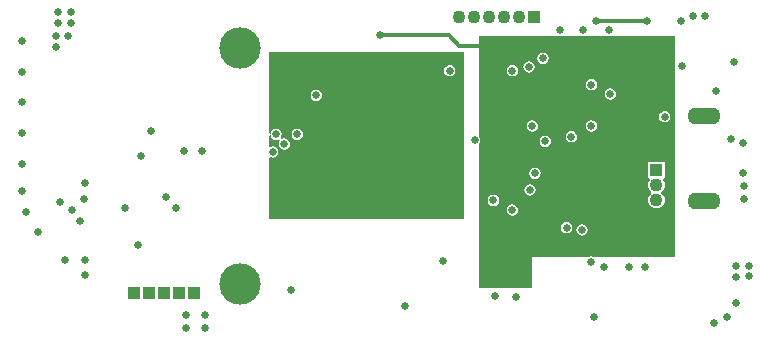
<source format=gbr>
%TF.GenerationSoftware,Altium Limited,Altium Designer,20.2.6 (244)*%
G04 Layer_Physical_Order=3*
G04 Layer_Color=16440176*
%FSLAX45Y45*%
%MOMM*%
%TF.SameCoordinates,5B1E47F8-7F56-49C7-AB48-EE235D2752C7*%
%TF.FilePolarity,Positive*%
%TF.FileFunction,Copper,L3,Inr,Signal*%
%TF.Part,Single*%
G01*
G75*
%TA.AperFunction,Conductor*%
%ADD44C,0.30000*%
%TA.AperFunction,ComponentPad*%
%ADD48C,3.50000*%
%ADD49C,1.10000*%
%ADD50R,1.10000X1.10000*%
G04:AMPARAMS|DCode=51|XSize=1.1mm|YSize=1.1mm|CornerRadius=0.275mm|HoleSize=0mm|Usage=FLASHONLY|Rotation=270.000|XOffset=0mm|YOffset=0mm|HoleType=Round|Shape=RoundedRectangle|*
%AMROUNDEDRECTD51*
21,1,1.10000,0.55000,0,0,270.0*
21,1,0.55000,1.10000,0,0,270.0*
1,1,0.55000,-0.27500,-0.27500*
1,1,0.55000,-0.27500,0.27500*
1,1,0.55000,0.27500,0.27500*
1,1,0.55000,0.27500,-0.27500*
%
%ADD51ROUNDEDRECTD51*%
G04:AMPARAMS|DCode=52|XSize=1.1mm|YSize=1.1mm|CornerRadius=0.1375mm|HoleSize=0mm|Usage=FLASHONLY|Rotation=270.000|XOffset=0mm|YOffset=0mm|HoleType=Round|Shape=RoundedRectangle|*
%AMROUNDEDRECTD52*
21,1,1.10000,0.82500,0,0,270.0*
21,1,0.82500,1.10000,0,0,270.0*
1,1,0.27500,-0.41250,-0.41250*
1,1,0.27500,-0.41250,0.41250*
1,1,0.27500,0.41250,0.41250*
1,1,0.27500,0.41250,-0.41250*
%
%ADD52ROUNDEDRECTD52*%
%ADD53O,2.80000X1.40000*%
%ADD54R,1.10000X1.10000*%
%TA.AperFunction,ViaPad*%
%ADD55C,0.65000*%
G36*
X3900000Y1050000D02*
X2250000D01*
Y1569447D01*
X2259272Y1574402D01*
X2262700Y1575011D01*
X2280000Y1571569D01*
X2298534Y1575256D01*
X2314246Y1585755D01*
X2324744Y1601466D01*
X2328431Y1620000D01*
X2324744Y1638534D01*
X2314246Y1654246D01*
X2298534Y1664744D01*
X2280000Y1668431D01*
X2262700Y1664990D01*
X2259272Y1665598D01*
X2250000Y1670553D01*
Y1753254D01*
X2255638Y1763619D01*
X2255639Y1763619D01*
Y1763619D01*
X2262700Y1764314D01*
X2262867Y1763475D01*
X2265256Y1751466D01*
X2275754Y1735754D01*
X2291466Y1725256D01*
X2310000Y1721569D01*
X2328534Y1725256D01*
X2333270Y1728421D01*
X2342426Y1719265D01*
X2335256Y1708534D01*
X2331569Y1690000D01*
X2335256Y1671466D01*
X2345755Y1655754D01*
X2361466Y1645256D01*
X2380000Y1641569D01*
X2398534Y1645256D01*
X2414246Y1655754D01*
X2424744Y1671466D01*
X2428431Y1690000D01*
X2424744Y1708534D01*
X2414246Y1724245D01*
X2398534Y1734744D01*
X2380000Y1738431D01*
X2361466Y1734744D01*
X2356730Y1731579D01*
X2347574Y1740735D01*
X2354744Y1751466D01*
X2358431Y1770000D01*
X2354744Y1788534D01*
X2344246Y1804246D01*
X2328534Y1814744D01*
X2310000Y1818431D01*
X2291466Y1814744D01*
X2275754Y1804246D01*
X2265256Y1788534D01*
X2262867Y1776526D01*
X2262700Y1775686D01*
X2255639Y1776381D01*
Y1776381D01*
X2255638Y1776381D01*
X2250000Y1786746D01*
Y2470000D01*
X3900000D01*
Y1050000D01*
D02*
G37*
G36*
X5690000Y730000D02*
X5005633D01*
X4998534Y734744D01*
X4980000Y738431D01*
X4961466Y734744D01*
X4954367Y730000D01*
X4480000D01*
Y470000D01*
X4030000D01*
Y1694367D01*
X4034744Y1701466D01*
X4038431Y1720000D01*
X4034744Y1738534D01*
X4030000Y1745634D01*
Y2600000D01*
X5690000D01*
Y730000D01*
D02*
G37*
%LPC*%
G36*
X3780000Y2358431D02*
X3761466Y2354744D01*
X3745755Y2344246D01*
X3735256Y2328534D01*
X3731569Y2310000D01*
X3735256Y2291466D01*
X3745755Y2275754D01*
X3761466Y2265256D01*
X3780000Y2261569D01*
X3798534Y2265256D01*
X3814246Y2275754D01*
X3824744Y2291466D01*
X3828431Y2310000D01*
X3824744Y2328534D01*
X3814246Y2344246D01*
X3798534Y2354744D01*
X3780000Y2358431D01*
D02*
G37*
G36*
X2650000Y2148431D02*
X2631466Y2144744D01*
X2615754Y2134246D01*
X2605256Y2118534D01*
X2601569Y2100000D01*
X2605256Y2081466D01*
X2615754Y2065755D01*
X2631466Y2055256D01*
X2650000Y2051569D01*
X2668534Y2055256D01*
X2684246Y2065755D01*
X2694744Y2081466D01*
X2698431Y2100000D01*
X2694744Y2118534D01*
X2684246Y2134246D01*
X2668534Y2144744D01*
X2650000Y2148431D01*
D02*
G37*
G36*
X2490000Y1818431D02*
X2471466Y1814744D01*
X2455755Y1804246D01*
X2445256Y1788534D01*
X2441569Y1770000D01*
X2445256Y1751466D01*
X2455755Y1735754D01*
X2471466Y1725256D01*
X2490000Y1721569D01*
X2508534Y1725256D01*
X2524246Y1735754D01*
X2534744Y1751466D01*
X2538431Y1770000D01*
X2534744Y1788534D01*
X2524246Y1804246D01*
X2508534Y1814744D01*
X2490000Y1818431D01*
D02*
G37*
G36*
X4570000Y2460931D02*
X4551466Y2457244D01*
X4535754Y2446746D01*
X4525256Y2431034D01*
X4521569Y2412500D01*
X4525256Y2393967D01*
X4535754Y2378255D01*
X4551466Y2367756D01*
X4570000Y2364069D01*
X4588534Y2367756D01*
X4604246Y2378255D01*
X4614744Y2393967D01*
X4618431Y2412500D01*
X4614744Y2431034D01*
X4604246Y2446746D01*
X4588534Y2457244D01*
X4570000Y2460931D01*
D02*
G37*
G36*
X4450000Y2388431D02*
X4431466Y2384744D01*
X4415754Y2374245D01*
X4405256Y2358534D01*
X4401569Y2340000D01*
X4405256Y2321466D01*
X4415754Y2305754D01*
X4431466Y2295256D01*
X4450000Y2291569D01*
X4468534Y2295256D01*
X4484246Y2305754D01*
X4494744Y2321466D01*
X4498431Y2340000D01*
X4494744Y2358534D01*
X4484246Y2374245D01*
X4468534Y2384744D01*
X4450000Y2388431D01*
D02*
G37*
G36*
X4310000Y2358431D02*
X4291466Y2354744D01*
X4275754Y2344246D01*
X4265256Y2328534D01*
X4261569Y2310000D01*
X4265256Y2291466D01*
X4275754Y2275754D01*
X4291466Y2265256D01*
X4310000Y2261569D01*
X4328534Y2265256D01*
X4344246Y2275754D01*
X4354744Y2291466D01*
X4358431Y2310000D01*
X4354744Y2328534D01*
X4344246Y2344246D01*
X4328534Y2354744D01*
X4310000Y2358431D01*
D02*
G37*
G36*
X4980000Y2238431D02*
X4961466Y2234744D01*
X4945754Y2224245D01*
X4935256Y2208534D01*
X4931569Y2190000D01*
X4935256Y2171466D01*
X4945754Y2155754D01*
X4961466Y2145256D01*
X4980000Y2141569D01*
X4998534Y2145256D01*
X5014245Y2155754D01*
X5024744Y2171466D01*
X5028431Y2190000D01*
X5024744Y2208534D01*
X5014245Y2224245D01*
X4998534Y2234744D01*
X4980000Y2238431D01*
D02*
G37*
G36*
X5140000Y2158431D02*
X5121466Y2154744D01*
X5105754Y2144246D01*
X5095256Y2128534D01*
X5091569Y2110000D01*
X5095256Y2091466D01*
X5105754Y2075755D01*
X5121466Y2065256D01*
X5140000Y2061569D01*
X5158533Y2065256D01*
X5174245Y2075755D01*
X5184744Y2091466D01*
X5188431Y2110000D01*
X5184744Y2128534D01*
X5174245Y2144246D01*
X5158533Y2154744D01*
X5140000Y2158431D01*
D02*
G37*
G36*
X5600000Y1968431D02*
X5581466Y1964744D01*
X5565754Y1954246D01*
X5555256Y1938534D01*
X5551569Y1920000D01*
X5555256Y1901466D01*
X5565754Y1885754D01*
X5581466Y1875256D01*
X5600000Y1871569D01*
X5618534Y1875256D01*
X5634246Y1885754D01*
X5644744Y1901466D01*
X5648431Y1920000D01*
X5644744Y1938534D01*
X5634246Y1954246D01*
X5618534Y1964744D01*
X5600000Y1968431D01*
D02*
G37*
G36*
X4980000Y1888431D02*
X4961466Y1884744D01*
X4945754Y1874245D01*
X4935256Y1858533D01*
X4931569Y1840000D01*
X4935256Y1821466D01*
X4945754Y1805754D01*
X4961466Y1795256D01*
X4980000Y1791569D01*
X4998534Y1795256D01*
X5014245Y1805754D01*
X5024744Y1821466D01*
X5028431Y1840000D01*
X5024744Y1858533D01*
X5014245Y1874245D01*
X4998534Y1884744D01*
X4980000Y1888431D01*
D02*
G37*
G36*
X4480000D02*
X4461466Y1884744D01*
X4445754Y1874245D01*
X4435256Y1858533D01*
X4431569Y1840000D01*
X4435256Y1821466D01*
X4445754Y1805754D01*
X4461466Y1795256D01*
X4480000Y1791569D01*
X4498534Y1795256D01*
X4514245Y1805754D01*
X4524744Y1821466D01*
X4528431Y1840000D01*
X4524744Y1858533D01*
X4514245Y1874245D01*
X4498534Y1884744D01*
X4480000Y1888431D01*
D02*
G37*
G36*
X4810000Y1798431D02*
X4791466Y1794744D01*
X4775754Y1784246D01*
X4765256Y1768534D01*
X4761569Y1750000D01*
X4765256Y1731466D01*
X4775754Y1715755D01*
X4791466Y1705256D01*
X4810000Y1701569D01*
X4828534Y1705256D01*
X4844246Y1715755D01*
X4854744Y1731466D01*
X4858431Y1750000D01*
X4854744Y1768534D01*
X4844246Y1784246D01*
X4828534Y1794744D01*
X4810000Y1798431D01*
D02*
G37*
G36*
X4590000Y1758431D02*
X4571466Y1754744D01*
X4555754Y1744245D01*
X4545256Y1728533D01*
X4541569Y1710000D01*
X4545256Y1691466D01*
X4555754Y1675754D01*
X4571466Y1665256D01*
X4590000Y1661569D01*
X4608534Y1665256D01*
X4624246Y1675754D01*
X4634744Y1691466D01*
X4638431Y1710000D01*
X4634744Y1728533D01*
X4624246Y1744245D01*
X4608534Y1754744D01*
X4590000Y1758431D01*
D02*
G37*
G36*
X4500000Y1488431D02*
X4481466Y1484744D01*
X4465754Y1474245D01*
X4455256Y1458534D01*
X4451569Y1440000D01*
X4455256Y1421466D01*
X4465754Y1405754D01*
X4481466Y1395256D01*
X4500000Y1391569D01*
X4518534Y1395256D01*
X4534245Y1405754D01*
X4544744Y1421466D01*
X4548431Y1440000D01*
X4544744Y1458534D01*
X4534245Y1474245D01*
X4518534Y1484744D01*
X4500000Y1488431D01*
D02*
G37*
G36*
X4460000Y1348431D02*
X4441466Y1344744D01*
X4425754Y1334245D01*
X4415256Y1318534D01*
X4411569Y1300000D01*
X4415256Y1281466D01*
X4425754Y1265754D01*
X4441466Y1255256D01*
X4460000Y1251569D01*
X4478534Y1255256D01*
X4494246Y1265754D01*
X4504744Y1281466D01*
X4508431Y1300000D01*
X4504744Y1318534D01*
X4494246Y1334245D01*
X4478534Y1344744D01*
X4460000Y1348431D01*
D02*
G37*
G36*
X4150000Y1258431D02*
X4131466Y1254744D01*
X4115755Y1244246D01*
X4105256Y1228534D01*
X4101569Y1210000D01*
X4105256Y1191467D01*
X4115755Y1175755D01*
X4131466Y1165256D01*
X4150000Y1161569D01*
X4168534Y1165256D01*
X4184246Y1175755D01*
X4194744Y1191467D01*
X4198431Y1210000D01*
X4194744Y1228534D01*
X4184246Y1244246D01*
X4168534Y1254744D01*
X4150000Y1258431D01*
D02*
G37*
G36*
X5600000Y1537000D02*
X5460000D01*
Y1397000D01*
X5469497D01*
X5475760Y1384300D01*
X5468855Y1375302D01*
X5461802Y1358274D01*
X5459396Y1340000D01*
X5461802Y1321727D01*
X5468855Y1304698D01*
X5480076Y1290076D01*
X5487515Y1284367D01*
Y1268633D01*
X5480076Y1262925D01*
X5468855Y1248302D01*
X5461802Y1231274D01*
X5459396Y1213000D01*
X5461802Y1194727D01*
X5468855Y1177698D01*
X5480076Y1163076D01*
X5494698Y1151855D01*
X5511727Y1144802D01*
X5530000Y1142396D01*
X5548274Y1144802D01*
X5565302Y1151855D01*
X5579925Y1163076D01*
X5591145Y1177698D01*
X5598198Y1194727D01*
X5600604Y1213000D01*
X5598198Y1231274D01*
X5591145Y1248302D01*
X5579925Y1262925D01*
X5572485Y1268633D01*
Y1284367D01*
X5579925Y1290076D01*
X5591145Y1304698D01*
X5598198Y1321727D01*
X5600604Y1340000D01*
X5598198Y1358274D01*
X5591145Y1375302D01*
X5584240Y1384300D01*
X5590503Y1397000D01*
X5600000D01*
Y1537000D01*
D02*
G37*
G36*
X4310000Y1178431D02*
X4291466Y1174744D01*
X4275754Y1164246D01*
X4265256Y1148534D01*
X4261569Y1130000D01*
X4265256Y1111466D01*
X4275754Y1095754D01*
X4291466Y1085256D01*
X4310000Y1081569D01*
X4328534Y1085256D01*
X4344246Y1095754D01*
X4354744Y1111466D01*
X4358431Y1130000D01*
X4354744Y1148534D01*
X4344246Y1164246D01*
X4328534Y1174744D01*
X4310000Y1178431D01*
D02*
G37*
G36*
X4770000Y1028431D02*
X4751466Y1024744D01*
X4735755Y1014246D01*
X4725256Y998534D01*
X4721569Y980000D01*
X4725256Y961466D01*
X4735755Y945755D01*
X4751466Y935256D01*
X4770000Y931569D01*
X4788534Y935256D01*
X4804246Y945755D01*
X4814744Y961466D01*
X4818431Y980000D01*
X4814744Y998534D01*
X4804246Y1014246D01*
X4788534Y1024744D01*
X4770000Y1028431D01*
D02*
G37*
G36*
X4900000Y1008431D02*
X4881466Y1004744D01*
X4865755Y994246D01*
X4855256Y978534D01*
X4851569Y960000D01*
X4855256Y941466D01*
X4865755Y925755D01*
X4881466Y915256D01*
X4900000Y911569D01*
X4918534Y915256D01*
X4934246Y925755D01*
X4944744Y941466D01*
X4948431Y960000D01*
X4944744Y978534D01*
X4934246Y994246D01*
X4918534Y1004744D01*
X4900000Y1008431D01*
D02*
G37*
%LPD*%
D44*
X3860000Y2520000D02*
X4230000D01*
X3770000Y2610000D02*
X3860000Y2520000D01*
X3190000Y2610000D02*
X3770000D01*
X5020000Y2730000D02*
X5450000D01*
D48*
X2000000Y2500000D02*
D03*
Y500000D02*
D03*
D49*
X3856000Y2760000D02*
D03*
X3983000D02*
D03*
X4110000D02*
D03*
X4237000D02*
D03*
X4364000D02*
D03*
X5530000Y1213000D02*
D03*
Y1340000D02*
D03*
D50*
X4491000Y2760000D02*
D03*
D51*
X1103000Y430000D02*
D03*
X1230000D02*
D03*
X1357000D02*
D03*
X1484000D02*
D03*
D52*
X1611000D02*
D03*
D53*
X5931000Y1207500D02*
D03*
Y1922500D02*
D03*
D54*
X5530000Y1467000D02*
D03*
D55*
X1460000Y1150000D02*
D03*
X4910000Y2650000D02*
D03*
X4710000D02*
D03*
X570000Y2710000D02*
D03*
X460000D02*
D03*
X570000Y2810000D02*
D03*
X460000D02*
D03*
X550000Y2600000D02*
D03*
X450000Y2510000D02*
D03*
Y2600000D02*
D03*
X6310000Y658431D02*
D03*
X6200000D02*
D03*
X6310000Y570000D02*
D03*
X6205684Y562699D02*
D03*
X3190000Y2610000D02*
D03*
X4570000Y2412500D02*
D03*
X1530000Y1630000D02*
D03*
X1680000D02*
D03*
X2340000Y1970000D02*
D03*
X4450000Y2340000D02*
D03*
X4310000Y1980000D02*
D03*
X4270000Y2090000D02*
D03*
X4230000Y2520000D02*
D03*
X4310000Y570000D02*
D03*
Y690000D02*
D03*
Y800000D02*
D03*
X4980000Y690000D02*
D03*
X5090000Y650000D02*
D03*
X5300000D02*
D03*
X5430000D02*
D03*
X6200000Y340000D02*
D03*
X6130000Y220000D02*
D03*
X6020000Y170000D02*
D03*
X6260000Y1700000D02*
D03*
Y1440000D02*
D03*
X6160000Y1730000D02*
D03*
X3410000Y2020000D02*
D03*
X3990000Y1720000D02*
D03*
X160000Y2560000D02*
D03*
Y2300000D02*
D03*
Y2040000D02*
D03*
Y1780000D02*
D03*
Y1520000D02*
D03*
Y1290000D02*
D03*
X190000Y1110000D02*
D03*
X650000Y1040000D02*
D03*
X580000Y1130000D02*
D03*
X680000Y1220000D02*
D03*
X690000Y1360000D02*
D03*
X520000Y710000D02*
D03*
X1550000Y130000D02*
D03*
X1710000D02*
D03*
Y240000D02*
D03*
X1550000D02*
D03*
X2380000Y1690000D02*
D03*
X2280000Y1620000D02*
D03*
X2310000Y1770000D02*
D03*
X4160000Y400000D02*
D03*
X3400000Y320000D02*
D03*
X6270000Y1220000D02*
D03*
Y1330000D02*
D03*
X6190000Y2380000D02*
D03*
X4980000Y1840000D02*
D03*
X4810000Y1750000D02*
D03*
X4590000Y1710000D02*
D03*
X4480000Y1840000D02*
D03*
X3780000Y2310000D02*
D03*
X3020000Y1630000D02*
D03*
X3540000Y1200000D02*
D03*
X3100000Y1130000D02*
D03*
X4060000Y1210000D02*
D03*
X4150000D02*
D03*
X690000Y580000D02*
D03*
Y710000D02*
D03*
X1030000Y1150000D02*
D03*
X290000Y940000D02*
D03*
X480000Y1200000D02*
D03*
X1140000Y830000D02*
D03*
X1380000Y1240000D02*
D03*
X1250000Y1800000D02*
D03*
X1170000Y1590000D02*
D03*
X4770000Y980000D02*
D03*
X4900000Y960000D02*
D03*
X2440000Y450000D02*
D03*
X3720000Y700000D02*
D03*
X5000000Y220000D02*
D03*
X5330000Y810000D02*
D03*
X2650000Y2100000D02*
D03*
X5140000Y2110000D02*
D03*
X4500000Y1440000D02*
D03*
X6030000Y2140000D02*
D03*
X4460000Y1300000D02*
D03*
X4340000Y390000D02*
D03*
X4310000Y1130000D02*
D03*
X5130000Y2650000D02*
D03*
X5740000Y2730000D02*
D03*
X5600000Y1920000D02*
D03*
X5610000Y2060000D02*
D03*
X4310000Y2310000D02*
D03*
X2770000Y2050000D02*
D03*
X2490000Y1770000D02*
D03*
X5020000Y2730000D02*
D03*
X5450000D02*
D03*
X5840000Y2770000D02*
D03*
X4980000Y2190000D02*
D03*
X5940000Y2770000D02*
D03*
X5750000Y2350000D02*
D03*
%TF.MD5,80adb9bdec9423da299fb037a6cfdf2a*%
M02*

</source>
